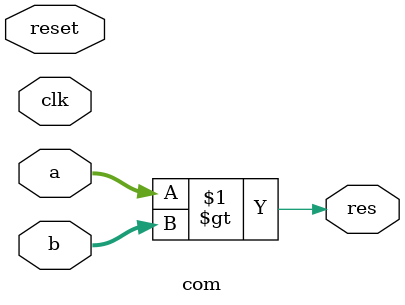
<source format=v>
`timescale 1ns / 1ps
module com(
    input clk,
    input reset,
    input [3:0] a,
    input [3:0] b,
    output res
    );

     assign res = $signed(a) > $signed(b);;

endmodule

</source>
